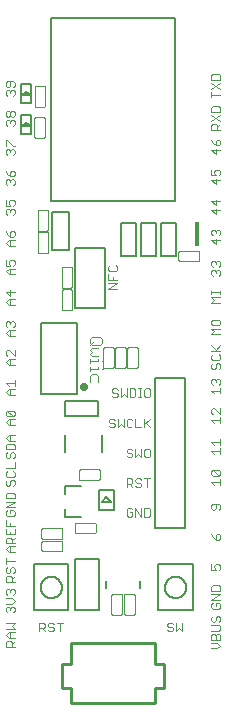
<source format=gbr>
G04 EAGLE Gerber RS-274X export*
G75*
%MOMM*%
%FSLAX34Y34*%
%LPD*%
%INSilkscreen Top*%
%IPPOS*%
%AMOC8*
5,1,8,0,0,1.08239X$1,22.5*%
G01*
%ADD10C,0.076200*%
%ADD11C,0.127000*%
%ADD12C,0.254000*%
%ADD13C,0.200000*%
%ADD14C,0.718419*%
%ADD15C,0.152400*%
%ADD16R,0.300000X2.000000*%


D10*
X54737Y52705D02*
X54737Y60077D01*
X58423Y60077D01*
X59652Y58849D01*
X59652Y56391D01*
X58423Y55162D01*
X54737Y55162D01*
X57194Y55162D02*
X59652Y52705D01*
X65907Y60077D02*
X67136Y58849D01*
X65907Y60077D02*
X63450Y60077D01*
X62221Y58849D01*
X62221Y57620D01*
X63450Y56391D01*
X65907Y56391D01*
X67136Y55162D01*
X67136Y53934D01*
X65907Y52705D01*
X63450Y52705D01*
X62221Y53934D01*
X72163Y52705D02*
X72163Y60077D01*
X74620Y60077D02*
X69705Y60077D01*
X99739Y301625D02*
X106009Y301625D01*
X107577Y300057D01*
X107577Y296922D01*
X106009Y295354D01*
X99739Y295354D01*
X98171Y296922D01*
X98171Y300057D01*
X99739Y301625D01*
X101306Y298490D02*
X98171Y295354D01*
X99739Y292270D02*
X104442Y292270D01*
X99739Y292270D02*
X98171Y290702D01*
X99739Y289134D01*
X98171Y287567D01*
X99739Y285999D01*
X104442Y285999D01*
X104442Y282915D02*
X104442Y281347D01*
X98171Y281347D01*
X98171Y282915D02*
X98171Y279779D01*
X107577Y281347D02*
X109145Y281347D01*
X104442Y276678D02*
X104442Y275110D01*
X98171Y275110D01*
X98171Y273543D02*
X98171Y276678D01*
X107577Y275110D02*
X109145Y275110D01*
X104442Y268873D02*
X104442Y264170D01*
X104442Y268873D02*
X102874Y270441D01*
X99739Y270441D01*
X98171Y268873D01*
X98171Y264170D01*
X200527Y507182D02*
X207899Y507182D01*
X200527Y504725D02*
X200527Y509639D01*
X200527Y512209D02*
X207899Y517124D01*
X207899Y512209D02*
X200527Y517124D01*
X200527Y519693D02*
X207899Y519693D01*
X207899Y523379D01*
X206670Y524608D01*
X201755Y524608D01*
X200527Y523379D01*
X200527Y519693D01*
X166881Y60077D02*
X168110Y58849D01*
X166881Y60077D02*
X164424Y60077D01*
X163195Y58849D01*
X163195Y57620D01*
X164424Y56391D01*
X166881Y56391D01*
X168110Y55162D01*
X168110Y53934D01*
X166881Y52705D01*
X164424Y52705D01*
X163195Y53934D01*
X170679Y52705D02*
X170679Y60077D01*
X173137Y55162D02*
X170679Y52705D01*
X173137Y55162D02*
X175594Y52705D01*
X175594Y60077D01*
X200527Y477547D02*
X207899Y477547D01*
X200527Y477547D02*
X200527Y481233D01*
X201755Y482461D01*
X204213Y482461D01*
X205442Y481233D01*
X205442Y477547D01*
X205442Y480004D02*
X207899Y482461D01*
X207899Y489946D02*
X200527Y485031D01*
X200527Y489946D02*
X207899Y485031D01*
X207899Y492515D02*
X200527Y492515D01*
X207899Y492515D02*
X207899Y496201D01*
X206670Y497430D01*
X201755Y497430D01*
X200527Y496201D01*
X200527Y492515D01*
X200527Y460269D02*
X207899Y460269D01*
X204213Y456583D02*
X200527Y460269D01*
X204213Y461498D02*
X204213Y456583D01*
X201755Y466524D02*
X200527Y468982D01*
X201755Y466524D02*
X204213Y464067D01*
X206670Y464067D01*
X207899Y465296D01*
X207899Y467753D01*
X206670Y468982D01*
X205442Y468982D01*
X204213Y467753D01*
X204213Y464067D01*
X207899Y434869D02*
X200527Y434869D01*
X204213Y431183D01*
X204213Y436098D01*
X200527Y438667D02*
X200527Y443582D01*
X200527Y438667D02*
X204213Y438667D01*
X202984Y441124D01*
X202984Y442353D01*
X204213Y443582D01*
X206670Y443582D01*
X207899Y442353D01*
X207899Y439896D01*
X206670Y438667D01*
X207899Y409469D02*
X200527Y409469D01*
X204213Y405783D01*
X204213Y410698D01*
X207899Y416953D02*
X200527Y416953D01*
X204213Y413267D01*
X204213Y418182D01*
X207899Y384069D02*
X200527Y384069D01*
X204213Y380383D01*
X204213Y385298D01*
X201755Y387867D02*
X200527Y389096D01*
X200527Y391553D01*
X201755Y392782D01*
X202984Y392782D01*
X204213Y391553D01*
X204213Y390324D01*
X204213Y391553D02*
X205442Y392782D01*
X206670Y392782D01*
X207899Y391553D01*
X207899Y389096D01*
X206670Y387867D01*
X200527Y355195D02*
X201755Y353967D01*
X200527Y355195D02*
X200527Y357653D01*
X201755Y358882D01*
X202984Y358882D01*
X204213Y357653D01*
X204213Y356424D01*
X204213Y357653D02*
X205442Y358882D01*
X206670Y358882D01*
X207899Y357653D01*
X207899Y355195D01*
X206670Y353967D01*
X201755Y361451D02*
X200527Y362680D01*
X200527Y365137D01*
X201755Y366366D01*
X202984Y366366D01*
X204213Y365137D01*
X204213Y363908D01*
X204213Y365137D02*
X205442Y366366D01*
X206670Y366366D01*
X207899Y365137D01*
X207899Y362680D01*
X206670Y361451D01*
X207899Y331061D02*
X200527Y331061D01*
X202984Y333519D01*
X200527Y335976D01*
X207899Y335976D01*
X207899Y338546D02*
X207899Y341003D01*
X207899Y339774D02*
X200527Y339774D01*
X200527Y338546D02*
X200527Y341003D01*
X200527Y304183D02*
X207899Y304183D01*
X202984Y306640D02*
X200527Y304183D01*
X202984Y306640D02*
X200527Y309098D01*
X207899Y309098D01*
X200527Y312896D02*
X200527Y315353D01*
X200527Y312896D02*
X201755Y311667D01*
X206670Y311667D01*
X207899Y312896D01*
X207899Y315353D01*
X206670Y316582D01*
X201755Y316582D01*
X200527Y315353D01*
X201755Y279769D02*
X200527Y278541D01*
X200527Y276083D01*
X201755Y274855D01*
X202984Y274855D01*
X204213Y276083D01*
X204213Y278541D01*
X205442Y279769D01*
X206670Y279769D01*
X207899Y278541D01*
X207899Y276083D01*
X206670Y274855D01*
X200527Y286025D02*
X201755Y287254D01*
X200527Y286025D02*
X200527Y283567D01*
X201755Y282339D01*
X206670Y282339D01*
X207899Y283567D01*
X207899Y286025D01*
X206670Y287254D01*
X207899Y289823D02*
X200527Y289823D01*
X205442Y289823D02*
X200527Y294738D01*
X204213Y291052D02*
X207899Y294738D01*
X200527Y256602D02*
X202984Y254145D01*
X200527Y256602D02*
X207899Y256602D01*
X207899Y254145D02*
X207899Y259060D01*
X201755Y261629D02*
X200527Y262858D01*
X200527Y265315D01*
X201755Y266544D01*
X202984Y266544D01*
X204213Y265315D01*
X204213Y264086D01*
X204213Y265315D02*
X205442Y266544D01*
X206670Y266544D01*
X207899Y265315D01*
X207899Y262858D01*
X206670Y261629D01*
X200527Y231456D02*
X202984Y228999D01*
X200527Y231456D02*
X207899Y231456D01*
X207899Y228999D02*
X207899Y233914D01*
X207899Y236483D02*
X207899Y241398D01*
X207899Y236483D02*
X202984Y241398D01*
X201755Y241398D01*
X200527Y240169D01*
X200527Y237712D01*
X201755Y236483D01*
X200527Y205548D02*
X202984Y203091D01*
X200527Y205548D02*
X207899Y205548D01*
X207899Y203091D02*
X207899Y208006D01*
X202984Y210575D02*
X200527Y213032D01*
X207899Y213032D01*
X207899Y210575D02*
X207899Y215490D01*
X200527Y179386D02*
X202984Y176929D01*
X200527Y179386D02*
X207899Y179386D01*
X207899Y176929D02*
X207899Y181844D01*
X206670Y184413D02*
X201755Y184413D01*
X200527Y185642D01*
X200527Y188099D01*
X201755Y189328D01*
X206670Y189328D01*
X207899Y188099D01*
X207899Y185642D01*
X206670Y184413D01*
X201755Y189328D01*
X207899Y156940D02*
X206670Y155711D01*
X207899Y156940D02*
X207899Y159397D01*
X206670Y160626D01*
X201755Y160626D01*
X200527Y159397D01*
X200527Y156940D01*
X201755Y155711D01*
X202984Y155711D01*
X204213Y156940D01*
X204213Y160626D01*
X200527Y135226D02*
X201755Y132768D01*
X204213Y130311D01*
X206670Y130311D01*
X207899Y131540D01*
X207899Y133997D01*
X206670Y135226D01*
X205442Y135226D01*
X204213Y133997D01*
X204213Y130311D01*
X200527Y109318D02*
X200527Y104403D01*
X204213Y104403D01*
X202984Y106860D01*
X202984Y108089D01*
X204213Y109318D01*
X206670Y109318D01*
X207899Y108089D01*
X207899Y105632D01*
X206670Y104403D01*
X201755Y76823D02*
X200527Y75595D01*
X200527Y73137D01*
X201755Y71909D01*
X206670Y71909D01*
X207899Y73137D01*
X207899Y75595D01*
X206670Y76823D01*
X204213Y76823D01*
X204213Y74366D01*
X207899Y79393D02*
X200527Y79393D01*
X207899Y84308D01*
X200527Y84308D01*
X200527Y86877D02*
X207899Y86877D01*
X207899Y90563D01*
X206670Y91792D01*
X201755Y91792D01*
X200527Y90563D01*
X200527Y86877D01*
X200527Y38262D02*
X205442Y38262D01*
X207899Y40720D01*
X205442Y43177D01*
X200527Y43177D01*
X200527Y45747D02*
X207899Y45747D01*
X200527Y45747D02*
X200527Y49433D01*
X201755Y50661D01*
X202984Y50661D01*
X204213Y49433D01*
X205442Y50661D01*
X206670Y50661D01*
X207899Y49433D01*
X207899Y45747D01*
X204213Y45747D02*
X204213Y49433D01*
X206670Y53231D02*
X200527Y53231D01*
X206670Y53231D02*
X207899Y54459D01*
X207899Y56917D01*
X206670Y58146D01*
X200527Y58146D01*
X200527Y64401D02*
X201755Y65630D01*
X200527Y64401D02*
X200527Y61944D01*
X201755Y60715D01*
X202984Y60715D01*
X204213Y61944D01*
X204213Y64401D01*
X205442Y65630D01*
X206670Y65630D01*
X207899Y64401D01*
X207899Y61944D01*
X206670Y60715D01*
X33909Y39751D02*
X26537Y39751D01*
X26537Y43437D01*
X27765Y44666D01*
X30223Y44666D01*
X31452Y43437D01*
X31452Y39751D01*
X31452Y42208D02*
X33909Y44666D01*
X33909Y47235D02*
X28994Y47235D01*
X26537Y49693D01*
X28994Y52150D01*
X33909Y52150D01*
X30223Y52150D02*
X30223Y47235D01*
X26537Y54719D02*
X33909Y54719D01*
X31452Y57177D01*
X33909Y59634D01*
X26537Y59634D01*
X27765Y68707D02*
X26537Y69936D01*
X26537Y72393D01*
X27765Y73622D01*
X28994Y73622D01*
X30223Y72393D01*
X30223Y71164D01*
X30223Y72393D02*
X31452Y73622D01*
X32680Y73622D01*
X33909Y72393D01*
X33909Y69936D01*
X32680Y68707D01*
X31452Y76191D02*
X26537Y76191D01*
X31452Y76191D02*
X33909Y78649D01*
X31452Y81106D01*
X26537Y81106D01*
X27765Y83675D02*
X26537Y84904D01*
X26537Y87361D01*
X27765Y88590D01*
X28994Y88590D01*
X30223Y87361D01*
X30223Y86133D01*
X30223Y87361D02*
X31452Y88590D01*
X32680Y88590D01*
X33909Y87361D01*
X33909Y84904D01*
X32680Y83675D01*
X33909Y94615D02*
X26537Y94615D01*
X26537Y98301D01*
X27765Y99530D01*
X30223Y99530D01*
X31452Y98301D01*
X31452Y94615D01*
X31452Y97072D02*
X33909Y99530D01*
X26537Y105785D02*
X27765Y107014D01*
X26537Y105785D02*
X26537Y103328D01*
X27765Y102099D01*
X28994Y102099D01*
X30223Y103328D01*
X30223Y105785D01*
X31452Y107014D01*
X32680Y107014D01*
X33909Y105785D01*
X33909Y103328D01*
X32680Y102099D01*
X33909Y112041D02*
X26537Y112041D01*
X26537Y114498D02*
X26537Y109583D01*
X28994Y119761D02*
X33909Y119761D01*
X28994Y119761D02*
X26537Y122218D01*
X28994Y124676D01*
X33909Y124676D01*
X30223Y124676D02*
X30223Y119761D01*
X33909Y127245D02*
X26537Y127245D01*
X26537Y130931D01*
X27765Y132160D01*
X30223Y132160D01*
X31452Y130931D01*
X31452Y127245D01*
X31452Y129703D02*
X33909Y132160D01*
X26537Y134729D02*
X26537Y139644D01*
X26537Y134729D02*
X33909Y134729D01*
X33909Y139644D01*
X30223Y137187D02*
X30223Y134729D01*
X33909Y142213D02*
X26537Y142213D01*
X26537Y147128D01*
X30223Y144671D02*
X30223Y142213D01*
X26537Y153927D02*
X27765Y155156D01*
X26537Y153927D02*
X26537Y151470D01*
X27765Y150241D01*
X32680Y150241D01*
X33909Y151470D01*
X33909Y153927D01*
X32680Y155156D01*
X30223Y155156D01*
X30223Y152698D01*
X33909Y157725D02*
X26537Y157725D01*
X33909Y162640D01*
X26537Y162640D01*
X26537Y165209D02*
X33909Y165209D01*
X33909Y168895D01*
X32680Y170124D01*
X27765Y170124D01*
X26537Y168895D01*
X26537Y165209D01*
X26537Y179581D02*
X27765Y180810D01*
X26537Y179581D02*
X26537Y177124D01*
X27765Y175895D01*
X28994Y175895D01*
X30223Y177124D01*
X30223Y179581D01*
X31452Y180810D01*
X32680Y180810D01*
X33909Y179581D01*
X33909Y177124D01*
X32680Y175895D01*
X26537Y187065D02*
X27765Y188294D01*
X26537Y187065D02*
X26537Y184608D01*
X27765Y183379D01*
X32680Y183379D01*
X33909Y184608D01*
X33909Y187065D01*
X32680Y188294D01*
X33909Y190863D02*
X26537Y190863D01*
X33909Y190863D02*
X33909Y195778D01*
X26537Y202949D02*
X27765Y204178D01*
X26537Y202949D02*
X26537Y200492D01*
X27765Y199263D01*
X28994Y199263D01*
X30223Y200492D01*
X30223Y202949D01*
X31452Y204178D01*
X32680Y204178D01*
X33909Y202949D01*
X33909Y200492D01*
X32680Y199263D01*
X33909Y206747D02*
X26537Y206747D01*
X33909Y206747D02*
X33909Y210433D01*
X32680Y211662D01*
X27765Y211662D01*
X26537Y210433D01*
X26537Y206747D01*
X28994Y214231D02*
X33909Y214231D01*
X28994Y214231D02*
X26537Y216689D01*
X28994Y219146D01*
X33909Y219146D01*
X30223Y219146D02*
X30223Y214231D01*
X28994Y227203D02*
X33909Y227203D01*
X28994Y227203D02*
X26537Y229660D01*
X28994Y232118D01*
X33909Y232118D01*
X30223Y232118D02*
X30223Y227203D01*
X32680Y234687D02*
X27765Y234687D01*
X26537Y235916D01*
X26537Y238373D01*
X27765Y239602D01*
X32680Y239602D01*
X33909Y238373D01*
X33909Y235916D01*
X32680Y234687D01*
X27765Y239602D01*
X28994Y253111D02*
X33909Y253111D01*
X28994Y253111D02*
X26537Y255568D01*
X28994Y258026D01*
X33909Y258026D01*
X30223Y258026D02*
X30223Y253111D01*
X28994Y260595D02*
X26537Y263053D01*
X33909Y263053D01*
X33909Y265510D02*
X33909Y260595D01*
X33909Y278511D02*
X28994Y278511D01*
X26537Y280968D01*
X28994Y283426D01*
X33909Y283426D01*
X30223Y283426D02*
X30223Y278511D01*
X33909Y285995D02*
X33909Y290910D01*
X33909Y285995D02*
X28994Y290910D01*
X27765Y290910D01*
X26537Y289681D01*
X26537Y287224D01*
X27765Y285995D01*
X28994Y302895D02*
X33909Y302895D01*
X28994Y302895D02*
X26537Y305352D01*
X28994Y307810D01*
X33909Y307810D01*
X30223Y307810D02*
X30223Y302895D01*
X27765Y310379D02*
X26537Y311608D01*
X26537Y314065D01*
X27765Y315294D01*
X28994Y315294D01*
X30223Y314065D01*
X30223Y312837D01*
X30223Y314065D02*
X31452Y315294D01*
X32680Y315294D01*
X33909Y314065D01*
X33909Y311608D01*
X32680Y310379D01*
X33909Y329057D02*
X28994Y329057D01*
X26537Y331514D01*
X28994Y333972D01*
X33909Y333972D01*
X30223Y333972D02*
X30223Y329057D01*
X33909Y340227D02*
X26537Y340227D01*
X30223Y336541D01*
X30223Y341456D01*
X28994Y354965D02*
X33909Y354965D01*
X28994Y354965D02*
X26537Y357422D01*
X28994Y359880D01*
X33909Y359880D01*
X30223Y359880D02*
X30223Y354965D01*
X26537Y362449D02*
X26537Y367364D01*
X26537Y362449D02*
X30223Y362449D01*
X28994Y364907D01*
X28994Y366135D01*
X30223Y367364D01*
X32680Y367364D01*
X33909Y366135D01*
X33909Y363678D01*
X32680Y362449D01*
X33909Y379349D02*
X28994Y379349D01*
X26537Y381806D01*
X28994Y384264D01*
X33909Y384264D01*
X30223Y384264D02*
X30223Y379349D01*
X27765Y389291D02*
X26537Y391748D01*
X27765Y389291D02*
X30223Y386833D01*
X32680Y386833D01*
X33909Y388062D01*
X33909Y390519D01*
X32680Y391748D01*
X31452Y391748D01*
X30223Y390519D01*
X30223Y386833D01*
X27765Y405511D02*
X26537Y406740D01*
X26537Y409197D01*
X27765Y410426D01*
X28994Y410426D01*
X30223Y409197D01*
X30223Y407968D01*
X30223Y409197D02*
X31452Y410426D01*
X32680Y410426D01*
X33909Y409197D01*
X33909Y406740D01*
X32680Y405511D01*
X26537Y412995D02*
X26537Y417910D01*
X26537Y412995D02*
X30223Y412995D01*
X28994Y415453D01*
X28994Y416681D01*
X30223Y417910D01*
X32680Y417910D01*
X33909Y416681D01*
X33909Y414224D01*
X32680Y412995D01*
X27765Y430403D02*
X26537Y431632D01*
X26537Y434089D01*
X27765Y435318D01*
X28994Y435318D01*
X30223Y434089D01*
X30223Y432860D01*
X30223Y434089D02*
X31452Y435318D01*
X32680Y435318D01*
X33909Y434089D01*
X33909Y431632D01*
X32680Y430403D01*
X27765Y440345D02*
X26537Y442802D01*
X27765Y440345D02*
X30223Y437887D01*
X32680Y437887D01*
X33909Y439116D01*
X33909Y441573D01*
X32680Y442802D01*
X31452Y442802D01*
X30223Y441573D01*
X30223Y437887D01*
X27765Y456057D02*
X26537Y457286D01*
X26537Y459743D01*
X27765Y460972D01*
X28994Y460972D01*
X30223Y459743D01*
X30223Y458514D01*
X30223Y459743D02*
X31452Y460972D01*
X32680Y460972D01*
X33909Y459743D01*
X33909Y457286D01*
X32680Y456057D01*
X26537Y463541D02*
X26537Y468456D01*
X27765Y468456D01*
X32680Y463541D01*
X33909Y463541D01*
X27765Y480949D02*
X26537Y482178D01*
X26537Y484635D01*
X27765Y485864D01*
X28994Y485864D01*
X30223Y484635D01*
X30223Y483406D01*
X30223Y484635D02*
X31452Y485864D01*
X32680Y485864D01*
X33909Y484635D01*
X33909Y482178D01*
X32680Y480949D01*
X27765Y488433D02*
X26537Y489662D01*
X26537Y492119D01*
X27765Y493348D01*
X28994Y493348D01*
X30223Y492119D01*
X31452Y493348D01*
X32680Y493348D01*
X33909Y492119D01*
X33909Y489662D01*
X32680Y488433D01*
X31452Y488433D01*
X30223Y489662D01*
X28994Y488433D01*
X27765Y488433D01*
X30223Y489662D02*
X30223Y492119D01*
X27765Y506095D02*
X26537Y507324D01*
X26537Y509781D01*
X27765Y511010D01*
X28994Y511010D01*
X30223Y509781D01*
X30223Y508552D01*
X30223Y509781D02*
X31452Y511010D01*
X32680Y511010D01*
X33909Y509781D01*
X33909Y507324D01*
X32680Y506095D01*
X32680Y513579D02*
X33909Y514808D01*
X33909Y517265D01*
X32680Y518494D01*
X27765Y518494D01*
X26537Y517265D01*
X26537Y514808D01*
X27765Y513579D01*
X28994Y513579D01*
X30223Y514808D01*
X30223Y518494D01*
X120017Y258451D02*
X121246Y257223D01*
X120017Y258451D02*
X117560Y258451D01*
X116331Y257223D01*
X116331Y255994D01*
X117560Y254765D01*
X120017Y254765D01*
X121246Y253536D01*
X121246Y252308D01*
X120017Y251079D01*
X117560Y251079D01*
X116331Y252308D01*
X123815Y251079D02*
X123815Y258451D01*
X126273Y253536D02*
X123815Y251079D01*
X126273Y253536D02*
X128730Y251079D01*
X128730Y258451D01*
X131299Y258451D02*
X131299Y251079D01*
X134985Y251079D01*
X136214Y252308D01*
X136214Y257223D01*
X134985Y258451D01*
X131299Y258451D01*
X138783Y251079D02*
X141241Y251079D01*
X140012Y251079D02*
X140012Y258451D01*
X138783Y258451D02*
X141241Y258451D01*
X145002Y258451D02*
X147459Y258451D01*
X145002Y258451D02*
X143773Y257223D01*
X143773Y252308D01*
X145002Y251079D01*
X147459Y251079D01*
X148688Y252308D01*
X148688Y257223D01*
X147459Y258451D01*
X118751Y231569D02*
X117522Y232797D01*
X115065Y232797D01*
X113836Y231569D01*
X113836Y230340D01*
X115065Y229111D01*
X117522Y229111D01*
X118751Y227882D01*
X118751Y226654D01*
X117522Y225425D01*
X115065Y225425D01*
X113836Y226654D01*
X121320Y225425D02*
X121320Y232797D01*
X123778Y227882D02*
X121320Y225425D01*
X123778Y227882D02*
X126235Y225425D01*
X126235Y232797D01*
X132491Y232797D02*
X133719Y231569D01*
X132491Y232797D02*
X130033Y232797D01*
X128805Y231569D01*
X128805Y226654D01*
X130033Y225425D01*
X132491Y225425D01*
X133719Y226654D01*
X136289Y225425D02*
X136289Y232797D01*
X136289Y225425D02*
X141204Y225425D01*
X143773Y225425D02*
X143773Y232797D01*
X143773Y227882D02*
X148688Y232797D01*
X145002Y229111D02*
X148688Y225425D01*
X132491Y207397D02*
X133719Y206169D01*
X132491Y207397D02*
X130033Y207397D01*
X128805Y206169D01*
X128805Y204940D01*
X130033Y203711D01*
X132491Y203711D01*
X133719Y202482D01*
X133719Y201254D01*
X132491Y200025D01*
X130033Y200025D01*
X128805Y201254D01*
X136289Y200025D02*
X136289Y207397D01*
X138746Y202482D02*
X136289Y200025D01*
X138746Y202482D02*
X141204Y200025D01*
X141204Y207397D01*
X145002Y207397D02*
X147459Y207397D01*
X145002Y207397D02*
X143773Y206169D01*
X143773Y201254D01*
X145002Y200025D01*
X147459Y200025D01*
X148688Y201254D01*
X148688Y206169D01*
X147459Y207397D01*
X128805Y182251D02*
X128805Y174879D01*
X128805Y182251D02*
X132491Y182251D01*
X133719Y181023D01*
X133719Y178565D01*
X132491Y177336D01*
X128805Y177336D01*
X131262Y177336D02*
X133719Y174879D01*
X139975Y182251D02*
X141204Y181023D01*
X139975Y182251D02*
X137517Y182251D01*
X136289Y181023D01*
X136289Y179794D01*
X137517Y178565D01*
X139975Y178565D01*
X141204Y177336D01*
X141204Y176108D01*
X139975Y174879D01*
X137517Y174879D01*
X136289Y176108D01*
X146230Y174879D02*
X146230Y182251D01*
X143773Y182251D02*
X148688Y182251D01*
X132491Y157105D02*
X133719Y155877D01*
X132491Y157105D02*
X130033Y157105D01*
X128805Y155877D01*
X128805Y150962D01*
X130033Y149733D01*
X132491Y149733D01*
X133719Y150962D01*
X133719Y153419D01*
X131262Y153419D01*
X136289Y149733D02*
X136289Y157105D01*
X141204Y149733D01*
X141204Y157105D01*
X143773Y157105D02*
X143773Y149733D01*
X147459Y149733D01*
X148688Y150962D01*
X148688Y155877D01*
X147459Y157105D01*
X143773Y157105D01*
X120777Y342673D02*
X113405Y342673D01*
X120777Y347587D01*
X113405Y347587D01*
X113405Y350157D02*
X120777Y350157D01*
X113405Y350157D02*
X113405Y355072D01*
X117091Y352614D02*
X117091Y350157D01*
X113405Y361327D02*
X114633Y362556D01*
X113405Y361327D02*
X113405Y358870D01*
X114633Y357641D01*
X119548Y357641D01*
X120777Y358870D01*
X120777Y361327D01*
X119548Y362556D01*
X130429Y293370D02*
X130360Y293368D01*
X130292Y293363D01*
X130224Y293353D01*
X130156Y293340D01*
X130089Y293324D01*
X130023Y293304D01*
X129959Y293280D01*
X129896Y293253D01*
X129834Y293222D01*
X129774Y293188D01*
X129716Y293151D01*
X129660Y293111D01*
X129607Y293068D01*
X129556Y293022D01*
X129507Y292973D01*
X129461Y292922D01*
X129418Y292869D01*
X129378Y292813D01*
X129341Y292755D01*
X129307Y292695D01*
X129276Y292633D01*
X129249Y292570D01*
X129225Y292506D01*
X129205Y292440D01*
X129189Y292373D01*
X129176Y292305D01*
X129166Y292237D01*
X129161Y292169D01*
X129159Y292100D01*
X130429Y293370D02*
X136779Y293370D01*
X136848Y293368D01*
X136916Y293363D01*
X136984Y293353D01*
X137052Y293340D01*
X137119Y293324D01*
X137185Y293304D01*
X137249Y293280D01*
X137312Y293253D01*
X137374Y293222D01*
X137434Y293188D01*
X137492Y293151D01*
X137548Y293111D01*
X137601Y293068D01*
X137652Y293022D01*
X137701Y292973D01*
X137747Y292922D01*
X137790Y292869D01*
X137830Y292813D01*
X137867Y292755D01*
X137901Y292695D01*
X137932Y292633D01*
X137959Y292570D01*
X137983Y292506D01*
X138003Y292440D01*
X138019Y292373D01*
X138032Y292305D01*
X138042Y292237D01*
X138047Y292169D01*
X138049Y292100D01*
X138049Y276860D01*
X138047Y276791D01*
X138042Y276723D01*
X138032Y276655D01*
X138019Y276587D01*
X138003Y276520D01*
X137983Y276454D01*
X137959Y276390D01*
X137932Y276327D01*
X137901Y276265D01*
X137867Y276205D01*
X137830Y276147D01*
X137790Y276091D01*
X137747Y276038D01*
X137701Y275987D01*
X137652Y275938D01*
X137601Y275892D01*
X137548Y275849D01*
X137492Y275809D01*
X137434Y275772D01*
X137374Y275738D01*
X137312Y275707D01*
X137249Y275680D01*
X137185Y275656D01*
X137119Y275636D01*
X137052Y275620D01*
X136984Y275607D01*
X136916Y275597D01*
X136848Y275592D01*
X136779Y275590D01*
X130429Y275590D01*
X130360Y275592D01*
X130292Y275597D01*
X130224Y275607D01*
X130156Y275620D01*
X130089Y275636D01*
X130023Y275656D01*
X129959Y275680D01*
X129896Y275707D01*
X129834Y275738D01*
X129774Y275772D01*
X129716Y275809D01*
X129660Y275849D01*
X129607Y275892D01*
X129556Y275938D01*
X129507Y275987D01*
X129461Y276038D01*
X129418Y276091D01*
X129378Y276147D01*
X129341Y276205D01*
X129307Y276265D01*
X129276Y276327D01*
X129249Y276390D01*
X129225Y276454D01*
X129205Y276520D01*
X129189Y276587D01*
X129176Y276655D01*
X129166Y276723D01*
X129161Y276791D01*
X129159Y276860D01*
X129159Y292100D01*
X56642Y132461D02*
X56644Y132392D01*
X56649Y132324D01*
X56659Y132256D01*
X56672Y132188D01*
X56688Y132121D01*
X56708Y132055D01*
X56732Y131991D01*
X56759Y131928D01*
X56790Y131866D01*
X56824Y131806D01*
X56861Y131748D01*
X56901Y131692D01*
X56944Y131639D01*
X56990Y131588D01*
X57039Y131539D01*
X57090Y131493D01*
X57143Y131450D01*
X57199Y131410D01*
X57257Y131373D01*
X57317Y131339D01*
X57379Y131308D01*
X57442Y131281D01*
X57506Y131257D01*
X57572Y131237D01*
X57639Y131221D01*
X57707Y131208D01*
X57775Y131198D01*
X57843Y131193D01*
X57912Y131191D01*
X56642Y132461D02*
X56642Y138811D01*
X56644Y138880D01*
X56649Y138948D01*
X56659Y139016D01*
X56672Y139084D01*
X56688Y139151D01*
X56708Y139217D01*
X56732Y139281D01*
X56759Y139344D01*
X56790Y139406D01*
X56824Y139466D01*
X56861Y139524D01*
X56901Y139580D01*
X56944Y139633D01*
X56990Y139684D01*
X57039Y139733D01*
X57090Y139779D01*
X57143Y139822D01*
X57199Y139862D01*
X57257Y139899D01*
X57317Y139933D01*
X57379Y139964D01*
X57442Y139991D01*
X57506Y140015D01*
X57572Y140035D01*
X57639Y140051D01*
X57707Y140064D01*
X57775Y140074D01*
X57843Y140079D01*
X57912Y140081D01*
X73152Y140081D01*
X73221Y140079D01*
X73289Y140074D01*
X73357Y140064D01*
X73425Y140051D01*
X73492Y140035D01*
X73558Y140015D01*
X73622Y139991D01*
X73685Y139964D01*
X73747Y139933D01*
X73807Y139899D01*
X73865Y139862D01*
X73921Y139822D01*
X73974Y139779D01*
X74025Y139733D01*
X74074Y139684D01*
X74120Y139633D01*
X74163Y139580D01*
X74203Y139524D01*
X74240Y139466D01*
X74274Y139406D01*
X74305Y139344D01*
X74332Y139281D01*
X74356Y139217D01*
X74376Y139151D01*
X74392Y139084D01*
X74405Y139016D01*
X74415Y138948D01*
X74420Y138880D01*
X74422Y138811D01*
X74422Y132461D01*
X74420Y132392D01*
X74415Y132324D01*
X74405Y132256D01*
X74392Y132188D01*
X74376Y132121D01*
X74356Y132055D01*
X74332Y131991D01*
X74305Y131928D01*
X74274Y131866D01*
X74240Y131806D01*
X74203Y131748D01*
X74163Y131692D01*
X74120Y131639D01*
X74074Y131588D01*
X74025Y131539D01*
X73974Y131493D01*
X73921Y131450D01*
X73865Y131410D01*
X73807Y131373D01*
X73747Y131339D01*
X73685Y131308D01*
X73622Y131281D01*
X73558Y131257D01*
X73492Y131237D01*
X73425Y131221D01*
X73357Y131208D01*
X73289Y131198D01*
X73221Y131193D01*
X73152Y131191D01*
X57912Y131191D01*
D11*
X136906Y370078D02*
X136906Y398018D01*
X136906Y370078D02*
X124206Y370078D01*
X124206Y398018D01*
X136906Y398018D01*
X153670Y398018D02*
X153670Y370078D01*
X140970Y370078D01*
X140970Y398018D01*
X153670Y398018D01*
X170434Y398018D02*
X170434Y370078D01*
X157734Y370078D01*
X157734Y398018D01*
X170434Y398018D01*
D10*
X82677Y325628D02*
X82675Y325559D01*
X82670Y325491D01*
X82660Y325423D01*
X82647Y325355D01*
X82631Y325288D01*
X82611Y325222D01*
X82587Y325158D01*
X82560Y325095D01*
X82529Y325033D01*
X82495Y324973D01*
X82458Y324915D01*
X82418Y324859D01*
X82375Y324806D01*
X82329Y324755D01*
X82280Y324706D01*
X82229Y324660D01*
X82176Y324617D01*
X82120Y324577D01*
X82062Y324540D01*
X82002Y324506D01*
X81940Y324475D01*
X81877Y324448D01*
X81813Y324424D01*
X81747Y324404D01*
X81680Y324388D01*
X81612Y324375D01*
X81544Y324365D01*
X81476Y324360D01*
X81407Y324358D01*
X75057Y324358D01*
X74988Y324360D01*
X74920Y324365D01*
X74852Y324375D01*
X74784Y324388D01*
X74717Y324404D01*
X74651Y324424D01*
X74587Y324448D01*
X74524Y324475D01*
X74462Y324506D01*
X74402Y324540D01*
X74344Y324577D01*
X74288Y324617D01*
X74235Y324660D01*
X74184Y324706D01*
X74135Y324755D01*
X74089Y324806D01*
X74046Y324859D01*
X74006Y324915D01*
X73969Y324973D01*
X73935Y325033D01*
X73904Y325095D01*
X73877Y325158D01*
X73853Y325222D01*
X73833Y325288D01*
X73817Y325355D01*
X73804Y325423D01*
X73794Y325491D01*
X73789Y325559D01*
X73787Y325628D01*
X73787Y340868D01*
X73789Y340937D01*
X73794Y341005D01*
X73804Y341073D01*
X73817Y341141D01*
X73833Y341208D01*
X73853Y341274D01*
X73877Y341338D01*
X73904Y341401D01*
X73935Y341463D01*
X73969Y341523D01*
X74006Y341581D01*
X74046Y341637D01*
X74089Y341690D01*
X74135Y341741D01*
X74184Y341790D01*
X74235Y341836D01*
X74288Y341879D01*
X74344Y341919D01*
X74402Y341956D01*
X74462Y341990D01*
X74524Y342021D01*
X74587Y342048D01*
X74651Y342072D01*
X74717Y342092D01*
X74784Y342108D01*
X74852Y342121D01*
X74920Y342131D01*
X74988Y342136D01*
X75057Y342138D01*
X81407Y342138D01*
X81476Y342136D01*
X81544Y342131D01*
X81612Y342121D01*
X81680Y342108D01*
X81747Y342092D01*
X81813Y342072D01*
X81877Y342048D01*
X81940Y342021D01*
X82002Y341990D01*
X82062Y341956D01*
X82120Y341919D01*
X82176Y341879D01*
X82229Y341836D01*
X82280Y341790D01*
X82329Y341741D01*
X82375Y341690D01*
X82418Y341637D01*
X82458Y341581D01*
X82495Y341523D01*
X82529Y341463D01*
X82560Y341401D01*
X82587Y341338D01*
X82611Y341274D01*
X82631Y341208D01*
X82647Y341141D01*
X82660Y341073D01*
X82670Y341005D01*
X82675Y340937D01*
X82677Y340868D01*
X82677Y325628D01*
X73787Y360172D02*
X73789Y360241D01*
X73794Y360309D01*
X73804Y360377D01*
X73817Y360445D01*
X73833Y360512D01*
X73853Y360578D01*
X73877Y360642D01*
X73904Y360705D01*
X73935Y360767D01*
X73969Y360827D01*
X74006Y360885D01*
X74046Y360941D01*
X74089Y360994D01*
X74135Y361045D01*
X74184Y361094D01*
X74235Y361140D01*
X74288Y361183D01*
X74344Y361223D01*
X74402Y361260D01*
X74462Y361294D01*
X74524Y361325D01*
X74587Y361352D01*
X74651Y361376D01*
X74717Y361396D01*
X74784Y361412D01*
X74852Y361425D01*
X74920Y361435D01*
X74988Y361440D01*
X75057Y361442D01*
X81407Y361442D01*
X81476Y361440D01*
X81544Y361435D01*
X81612Y361425D01*
X81680Y361412D01*
X81747Y361396D01*
X81813Y361376D01*
X81877Y361352D01*
X81940Y361325D01*
X82002Y361294D01*
X82062Y361260D01*
X82120Y361223D01*
X82176Y361183D01*
X82229Y361140D01*
X82280Y361094D01*
X82329Y361045D01*
X82375Y360994D01*
X82418Y360941D01*
X82458Y360885D01*
X82495Y360827D01*
X82529Y360767D01*
X82560Y360705D01*
X82587Y360642D01*
X82611Y360578D01*
X82631Y360512D01*
X82647Y360445D01*
X82660Y360377D01*
X82670Y360309D01*
X82675Y360241D01*
X82677Y360172D01*
X82677Y344932D01*
X82675Y344863D01*
X82670Y344795D01*
X82660Y344727D01*
X82647Y344659D01*
X82631Y344592D01*
X82611Y344526D01*
X82587Y344462D01*
X82560Y344399D01*
X82529Y344337D01*
X82495Y344277D01*
X82458Y344219D01*
X82418Y344163D01*
X82375Y344110D01*
X82329Y344059D01*
X82280Y344010D01*
X82229Y343964D01*
X82176Y343921D01*
X82120Y343881D01*
X82062Y343844D01*
X82002Y343810D01*
X81940Y343779D01*
X81877Y343752D01*
X81813Y343728D01*
X81747Y343708D01*
X81680Y343692D01*
X81612Y343679D01*
X81544Y343669D01*
X81476Y343664D01*
X81407Y343662D01*
X75057Y343662D01*
X74988Y343664D01*
X74920Y343669D01*
X74852Y343679D01*
X74784Y343692D01*
X74717Y343708D01*
X74651Y343728D01*
X74587Y343752D01*
X74524Y343779D01*
X74462Y343810D01*
X74402Y343844D01*
X74344Y343881D01*
X74288Y343921D01*
X74235Y343964D01*
X74184Y344010D01*
X74135Y344059D01*
X74089Y344110D01*
X74046Y344163D01*
X74006Y344219D01*
X73969Y344277D01*
X73935Y344337D01*
X73904Y344399D01*
X73877Y344462D01*
X73853Y344526D01*
X73833Y344592D01*
X73817Y344659D01*
X73804Y344727D01*
X73794Y344795D01*
X73789Y344863D01*
X73787Y344932D01*
X73787Y360172D01*
X88392Y182245D02*
X88394Y182176D01*
X88399Y182108D01*
X88409Y182040D01*
X88422Y181972D01*
X88438Y181905D01*
X88458Y181839D01*
X88482Y181775D01*
X88509Y181712D01*
X88540Y181650D01*
X88574Y181590D01*
X88611Y181532D01*
X88651Y181476D01*
X88694Y181423D01*
X88740Y181372D01*
X88789Y181323D01*
X88840Y181277D01*
X88893Y181234D01*
X88949Y181194D01*
X89007Y181157D01*
X89067Y181123D01*
X89129Y181092D01*
X89192Y181065D01*
X89256Y181041D01*
X89322Y181021D01*
X89389Y181005D01*
X89457Y180992D01*
X89525Y180982D01*
X89593Y180977D01*
X89662Y180975D01*
X88392Y182245D02*
X88392Y188595D01*
X88394Y188664D01*
X88399Y188732D01*
X88409Y188800D01*
X88422Y188868D01*
X88438Y188935D01*
X88458Y189001D01*
X88482Y189065D01*
X88509Y189128D01*
X88540Y189190D01*
X88574Y189250D01*
X88611Y189308D01*
X88651Y189364D01*
X88694Y189417D01*
X88740Y189468D01*
X88789Y189517D01*
X88840Y189563D01*
X88893Y189606D01*
X88949Y189646D01*
X89007Y189683D01*
X89067Y189717D01*
X89129Y189748D01*
X89192Y189775D01*
X89256Y189799D01*
X89322Y189819D01*
X89389Y189835D01*
X89457Y189848D01*
X89525Y189858D01*
X89593Y189863D01*
X89662Y189865D01*
X104902Y189865D01*
X104971Y189863D01*
X105039Y189858D01*
X105107Y189848D01*
X105175Y189835D01*
X105242Y189819D01*
X105308Y189799D01*
X105372Y189775D01*
X105435Y189748D01*
X105497Y189717D01*
X105557Y189683D01*
X105615Y189646D01*
X105671Y189606D01*
X105724Y189563D01*
X105775Y189517D01*
X105824Y189468D01*
X105870Y189417D01*
X105913Y189364D01*
X105953Y189308D01*
X105990Y189250D01*
X106024Y189190D01*
X106055Y189128D01*
X106082Y189065D01*
X106106Y189001D01*
X106126Y188935D01*
X106142Y188868D01*
X106155Y188800D01*
X106165Y188732D01*
X106170Y188664D01*
X106172Y188595D01*
X106172Y182245D01*
X106170Y182176D01*
X106165Y182108D01*
X106155Y182040D01*
X106142Y181972D01*
X106126Y181905D01*
X106106Y181839D01*
X106082Y181775D01*
X106055Y181712D01*
X106024Y181650D01*
X105990Y181590D01*
X105953Y181532D01*
X105913Y181476D01*
X105870Y181423D01*
X105824Y181372D01*
X105775Y181323D01*
X105724Y181277D01*
X105671Y181234D01*
X105615Y181194D01*
X105557Y181157D01*
X105497Y181123D01*
X105435Y181092D01*
X105372Y181065D01*
X105308Y181041D01*
X105242Y181021D01*
X105175Y181005D01*
X105107Y180992D01*
X105039Y180982D01*
X104971Y180977D01*
X104902Y180975D01*
X89662Y180975D01*
D11*
X76454Y234696D02*
X104394Y234696D01*
X76454Y234696D02*
X76454Y247396D01*
X104394Y247396D01*
X104394Y234696D01*
D10*
X61087Y391922D02*
X61156Y391924D01*
X61224Y391929D01*
X61292Y391939D01*
X61360Y391952D01*
X61427Y391968D01*
X61493Y391988D01*
X61557Y392012D01*
X61620Y392039D01*
X61682Y392070D01*
X61742Y392104D01*
X61800Y392141D01*
X61856Y392181D01*
X61909Y392224D01*
X61960Y392270D01*
X62009Y392319D01*
X62055Y392370D01*
X62098Y392423D01*
X62138Y392479D01*
X62175Y392537D01*
X62209Y392597D01*
X62240Y392659D01*
X62267Y392722D01*
X62291Y392786D01*
X62311Y392852D01*
X62327Y392919D01*
X62340Y392987D01*
X62350Y393055D01*
X62355Y393123D01*
X62357Y393192D01*
X61087Y391922D02*
X54737Y391922D01*
X54668Y391924D01*
X54600Y391929D01*
X54532Y391939D01*
X54464Y391952D01*
X54397Y391968D01*
X54331Y391988D01*
X54267Y392012D01*
X54204Y392039D01*
X54142Y392070D01*
X54082Y392104D01*
X54024Y392141D01*
X53968Y392181D01*
X53915Y392224D01*
X53864Y392270D01*
X53815Y392319D01*
X53769Y392370D01*
X53726Y392423D01*
X53686Y392479D01*
X53649Y392537D01*
X53615Y392597D01*
X53584Y392659D01*
X53557Y392722D01*
X53533Y392786D01*
X53513Y392852D01*
X53497Y392919D01*
X53484Y392987D01*
X53474Y393055D01*
X53469Y393123D01*
X53467Y393192D01*
X53467Y408432D01*
X53469Y408501D01*
X53474Y408569D01*
X53484Y408637D01*
X53497Y408705D01*
X53513Y408772D01*
X53533Y408838D01*
X53557Y408902D01*
X53584Y408965D01*
X53615Y409027D01*
X53649Y409087D01*
X53686Y409145D01*
X53726Y409201D01*
X53769Y409254D01*
X53815Y409305D01*
X53864Y409354D01*
X53915Y409400D01*
X53968Y409443D01*
X54024Y409483D01*
X54082Y409520D01*
X54142Y409554D01*
X54204Y409585D01*
X54267Y409612D01*
X54331Y409636D01*
X54397Y409656D01*
X54464Y409672D01*
X54532Y409685D01*
X54600Y409695D01*
X54668Y409700D01*
X54737Y409702D01*
X61087Y409702D01*
X61156Y409700D01*
X61224Y409695D01*
X61292Y409685D01*
X61360Y409672D01*
X61427Y409656D01*
X61493Y409636D01*
X61557Y409612D01*
X61620Y409585D01*
X61682Y409554D01*
X61742Y409520D01*
X61800Y409483D01*
X61856Y409443D01*
X61909Y409400D01*
X61960Y409354D01*
X62009Y409305D01*
X62055Y409254D01*
X62098Y409201D01*
X62138Y409145D01*
X62175Y409087D01*
X62209Y409027D01*
X62240Y408965D01*
X62267Y408902D01*
X62291Y408838D01*
X62311Y408772D01*
X62327Y408705D01*
X62340Y408637D01*
X62350Y408569D01*
X62355Y408501D01*
X62357Y408432D01*
X62357Y393192D01*
X54737Y390906D02*
X54668Y390904D01*
X54600Y390899D01*
X54532Y390889D01*
X54464Y390876D01*
X54397Y390860D01*
X54331Y390840D01*
X54267Y390816D01*
X54204Y390789D01*
X54142Y390758D01*
X54082Y390724D01*
X54024Y390687D01*
X53968Y390647D01*
X53915Y390604D01*
X53864Y390558D01*
X53815Y390509D01*
X53769Y390458D01*
X53726Y390405D01*
X53686Y390349D01*
X53649Y390291D01*
X53615Y390231D01*
X53584Y390169D01*
X53557Y390106D01*
X53533Y390042D01*
X53513Y389976D01*
X53497Y389909D01*
X53484Y389841D01*
X53474Y389773D01*
X53469Y389705D01*
X53467Y389636D01*
X54737Y390906D02*
X61087Y390906D01*
X61156Y390904D01*
X61224Y390899D01*
X61292Y390889D01*
X61360Y390876D01*
X61427Y390860D01*
X61493Y390840D01*
X61557Y390816D01*
X61620Y390789D01*
X61682Y390758D01*
X61742Y390724D01*
X61800Y390687D01*
X61856Y390647D01*
X61909Y390604D01*
X61960Y390558D01*
X62009Y390509D01*
X62055Y390458D01*
X62098Y390405D01*
X62138Y390349D01*
X62175Y390291D01*
X62209Y390231D01*
X62240Y390169D01*
X62267Y390106D01*
X62291Y390042D01*
X62311Y389976D01*
X62327Y389909D01*
X62340Y389841D01*
X62350Y389773D01*
X62355Y389705D01*
X62357Y389636D01*
X62357Y374396D01*
X62355Y374327D01*
X62350Y374259D01*
X62340Y374191D01*
X62327Y374123D01*
X62311Y374056D01*
X62291Y373990D01*
X62267Y373926D01*
X62240Y373863D01*
X62209Y373801D01*
X62175Y373741D01*
X62138Y373683D01*
X62098Y373627D01*
X62055Y373574D01*
X62009Y373523D01*
X61960Y373474D01*
X61909Y373428D01*
X61856Y373385D01*
X61800Y373345D01*
X61742Y373308D01*
X61682Y373274D01*
X61620Y373243D01*
X61557Y373216D01*
X61493Y373192D01*
X61427Y373172D01*
X61360Y373156D01*
X61292Y373143D01*
X61224Y373133D01*
X61156Y373128D01*
X61087Y373126D01*
X54737Y373126D01*
X54668Y373128D01*
X54600Y373133D01*
X54532Y373143D01*
X54464Y373156D01*
X54397Y373172D01*
X54331Y373192D01*
X54267Y373216D01*
X54204Y373243D01*
X54142Y373274D01*
X54082Y373308D01*
X54024Y373345D01*
X53968Y373385D01*
X53915Y373428D01*
X53864Y373474D01*
X53815Y373523D01*
X53769Y373574D01*
X53726Y373627D01*
X53686Y373683D01*
X53649Y373741D01*
X53615Y373801D01*
X53584Y373863D01*
X53557Y373926D01*
X53533Y373990D01*
X53513Y374056D01*
X53497Y374123D01*
X53484Y374191D01*
X53474Y374259D01*
X53469Y374327D01*
X53467Y374396D01*
X53467Y389636D01*
D11*
X105256Y172076D02*
X117756Y172076D01*
X117756Y155076D01*
X105256Y155076D01*
X105256Y172076D01*
X107696Y162176D02*
X115316Y162176D01*
X111506Y166116D02*
X107696Y162306D01*
X111506Y166116D02*
X115316Y162306D01*
X85344Y113792D02*
X85344Y70612D01*
X85344Y113792D02*
X105664Y113792D01*
X105664Y70612D01*
X85344Y70612D01*
D12*
X82040Y42590D02*
X153160Y42590D01*
X153160Y24810D01*
X160780Y24810D01*
X160780Y4490D01*
X153160Y4490D01*
X153160Y-8210D01*
X82040Y-8210D01*
X82040Y4490D01*
X74420Y4490D01*
X74420Y24810D01*
X82040Y24810D01*
X82040Y42590D01*
D13*
X86646Y253972D02*
X56646Y253972D01*
X56646Y313972D01*
X86646Y313972D01*
X86646Y253972D01*
D14*
X92964Y259588D03*
D13*
X184700Y109500D02*
X184700Y70500D01*
X155700Y70500D01*
X155700Y109500D01*
X184700Y109500D01*
X161200Y90000D02*
X161203Y90221D01*
X161211Y90442D01*
X161224Y90662D01*
X161243Y90882D01*
X161268Y91102D01*
X161297Y91321D01*
X161333Y91539D01*
X161373Y91756D01*
X161419Y91972D01*
X161470Y92187D01*
X161526Y92400D01*
X161588Y92613D01*
X161654Y92823D01*
X161726Y93032D01*
X161803Y93239D01*
X161885Y93444D01*
X161972Y93647D01*
X162064Y93848D01*
X162161Y94047D01*
X162263Y94243D01*
X162369Y94436D01*
X162480Y94627D01*
X162596Y94815D01*
X162717Y95000D01*
X162842Y95182D01*
X162971Y95361D01*
X163105Y95537D01*
X163243Y95710D01*
X163385Y95879D01*
X163531Y96044D01*
X163682Y96206D01*
X163836Y96364D01*
X163994Y96518D01*
X164156Y96669D01*
X164321Y96815D01*
X164490Y96957D01*
X164663Y97095D01*
X164839Y97229D01*
X165018Y97358D01*
X165200Y97483D01*
X165385Y97604D01*
X165573Y97720D01*
X165764Y97831D01*
X165957Y97937D01*
X166153Y98039D01*
X166352Y98136D01*
X166553Y98228D01*
X166756Y98315D01*
X166961Y98397D01*
X167168Y98474D01*
X167377Y98546D01*
X167587Y98612D01*
X167800Y98674D01*
X168013Y98730D01*
X168228Y98781D01*
X168444Y98827D01*
X168661Y98867D01*
X168879Y98903D01*
X169098Y98932D01*
X169318Y98957D01*
X169538Y98976D01*
X169758Y98989D01*
X169979Y98997D01*
X170200Y99000D01*
X170421Y98997D01*
X170642Y98989D01*
X170862Y98976D01*
X171082Y98957D01*
X171302Y98932D01*
X171521Y98903D01*
X171739Y98867D01*
X171956Y98827D01*
X172172Y98781D01*
X172387Y98730D01*
X172600Y98674D01*
X172813Y98612D01*
X173023Y98546D01*
X173232Y98474D01*
X173439Y98397D01*
X173644Y98315D01*
X173847Y98228D01*
X174048Y98136D01*
X174247Y98039D01*
X174443Y97937D01*
X174636Y97831D01*
X174827Y97720D01*
X175015Y97604D01*
X175200Y97483D01*
X175382Y97358D01*
X175561Y97229D01*
X175737Y97095D01*
X175910Y96957D01*
X176079Y96815D01*
X176244Y96669D01*
X176406Y96518D01*
X176564Y96364D01*
X176718Y96206D01*
X176869Y96044D01*
X177015Y95879D01*
X177157Y95710D01*
X177295Y95537D01*
X177429Y95361D01*
X177558Y95182D01*
X177683Y95000D01*
X177804Y94815D01*
X177920Y94627D01*
X178031Y94436D01*
X178137Y94243D01*
X178239Y94047D01*
X178336Y93848D01*
X178428Y93647D01*
X178515Y93444D01*
X178597Y93239D01*
X178674Y93032D01*
X178746Y92823D01*
X178812Y92613D01*
X178874Y92400D01*
X178930Y92187D01*
X178981Y91972D01*
X179027Y91756D01*
X179067Y91539D01*
X179103Y91321D01*
X179132Y91102D01*
X179157Y90882D01*
X179176Y90662D01*
X179189Y90442D01*
X179197Y90221D01*
X179200Y90000D01*
X179197Y89779D01*
X179189Y89558D01*
X179176Y89338D01*
X179157Y89118D01*
X179132Y88898D01*
X179103Y88679D01*
X179067Y88461D01*
X179027Y88244D01*
X178981Y88028D01*
X178930Y87813D01*
X178874Y87600D01*
X178812Y87387D01*
X178746Y87177D01*
X178674Y86968D01*
X178597Y86761D01*
X178515Y86556D01*
X178428Y86353D01*
X178336Y86152D01*
X178239Y85953D01*
X178137Y85757D01*
X178031Y85564D01*
X177920Y85373D01*
X177804Y85185D01*
X177683Y85000D01*
X177558Y84818D01*
X177429Y84639D01*
X177295Y84463D01*
X177157Y84290D01*
X177015Y84121D01*
X176869Y83956D01*
X176718Y83794D01*
X176564Y83636D01*
X176406Y83482D01*
X176244Y83331D01*
X176079Y83185D01*
X175910Y83043D01*
X175737Y82905D01*
X175561Y82771D01*
X175382Y82642D01*
X175200Y82517D01*
X175015Y82396D01*
X174827Y82280D01*
X174636Y82169D01*
X174443Y82063D01*
X174247Y81961D01*
X174048Y81864D01*
X173847Y81772D01*
X173644Y81685D01*
X173439Y81603D01*
X173232Y81526D01*
X173023Y81454D01*
X172813Y81388D01*
X172600Y81326D01*
X172387Y81270D01*
X172172Y81219D01*
X171956Y81173D01*
X171739Y81133D01*
X171521Y81097D01*
X171302Y81068D01*
X171082Y81043D01*
X170862Y81024D01*
X170642Y81011D01*
X170421Y81003D01*
X170200Y81000D01*
X169979Y81003D01*
X169758Y81011D01*
X169538Y81024D01*
X169318Y81043D01*
X169098Y81068D01*
X168879Y81097D01*
X168661Y81133D01*
X168444Y81173D01*
X168228Y81219D01*
X168013Y81270D01*
X167800Y81326D01*
X167587Y81388D01*
X167377Y81454D01*
X167168Y81526D01*
X166961Y81603D01*
X166756Y81685D01*
X166553Y81772D01*
X166352Y81864D01*
X166153Y81961D01*
X165957Y82063D01*
X165764Y82169D01*
X165573Y82280D01*
X165385Y82396D01*
X165200Y82517D01*
X165018Y82642D01*
X164839Y82771D01*
X164663Y82905D01*
X164490Y83043D01*
X164321Y83185D01*
X164156Y83331D01*
X163994Y83482D01*
X163836Y83636D01*
X163682Y83794D01*
X163531Y83956D01*
X163385Y84121D01*
X163243Y84290D01*
X163105Y84463D01*
X162971Y84639D01*
X162842Y84818D01*
X162717Y85000D01*
X162596Y85185D01*
X162480Y85373D01*
X162369Y85564D01*
X162263Y85757D01*
X162161Y85953D01*
X162064Y86152D01*
X161972Y86353D01*
X161885Y86556D01*
X161803Y86761D01*
X161726Y86968D01*
X161654Y87177D01*
X161588Y87387D01*
X161526Y87600D01*
X161470Y87813D01*
X161419Y88028D01*
X161373Y88244D01*
X161333Y88461D01*
X161297Y88679D01*
X161268Y88898D01*
X161243Y89118D01*
X161224Y89338D01*
X161211Y89558D01*
X161203Y89779D01*
X161200Y90000D01*
X79500Y109500D02*
X79500Y70500D01*
X50500Y70500D01*
X50500Y109500D01*
X79500Y109500D01*
X56000Y90000D02*
X56003Y90221D01*
X56011Y90442D01*
X56024Y90662D01*
X56043Y90882D01*
X56068Y91102D01*
X56097Y91321D01*
X56133Y91539D01*
X56173Y91756D01*
X56219Y91972D01*
X56270Y92187D01*
X56326Y92400D01*
X56388Y92613D01*
X56454Y92823D01*
X56526Y93032D01*
X56603Y93239D01*
X56685Y93444D01*
X56772Y93647D01*
X56864Y93848D01*
X56961Y94047D01*
X57063Y94243D01*
X57169Y94436D01*
X57280Y94627D01*
X57396Y94815D01*
X57517Y95000D01*
X57642Y95182D01*
X57771Y95361D01*
X57905Y95537D01*
X58043Y95710D01*
X58185Y95879D01*
X58331Y96044D01*
X58482Y96206D01*
X58636Y96364D01*
X58794Y96518D01*
X58956Y96669D01*
X59121Y96815D01*
X59290Y96957D01*
X59463Y97095D01*
X59639Y97229D01*
X59818Y97358D01*
X60000Y97483D01*
X60185Y97604D01*
X60373Y97720D01*
X60564Y97831D01*
X60757Y97937D01*
X60953Y98039D01*
X61152Y98136D01*
X61353Y98228D01*
X61556Y98315D01*
X61761Y98397D01*
X61968Y98474D01*
X62177Y98546D01*
X62387Y98612D01*
X62600Y98674D01*
X62813Y98730D01*
X63028Y98781D01*
X63244Y98827D01*
X63461Y98867D01*
X63679Y98903D01*
X63898Y98932D01*
X64118Y98957D01*
X64338Y98976D01*
X64558Y98989D01*
X64779Y98997D01*
X65000Y99000D01*
X65221Y98997D01*
X65442Y98989D01*
X65662Y98976D01*
X65882Y98957D01*
X66102Y98932D01*
X66321Y98903D01*
X66539Y98867D01*
X66756Y98827D01*
X66972Y98781D01*
X67187Y98730D01*
X67400Y98674D01*
X67613Y98612D01*
X67823Y98546D01*
X68032Y98474D01*
X68239Y98397D01*
X68444Y98315D01*
X68647Y98228D01*
X68848Y98136D01*
X69047Y98039D01*
X69243Y97937D01*
X69436Y97831D01*
X69627Y97720D01*
X69815Y97604D01*
X70000Y97483D01*
X70182Y97358D01*
X70361Y97229D01*
X70537Y97095D01*
X70710Y96957D01*
X70879Y96815D01*
X71044Y96669D01*
X71206Y96518D01*
X71364Y96364D01*
X71518Y96206D01*
X71669Y96044D01*
X71815Y95879D01*
X71957Y95710D01*
X72095Y95537D01*
X72229Y95361D01*
X72358Y95182D01*
X72483Y95000D01*
X72604Y94815D01*
X72720Y94627D01*
X72831Y94436D01*
X72937Y94243D01*
X73039Y94047D01*
X73136Y93848D01*
X73228Y93647D01*
X73315Y93444D01*
X73397Y93239D01*
X73474Y93032D01*
X73546Y92823D01*
X73612Y92613D01*
X73674Y92400D01*
X73730Y92187D01*
X73781Y91972D01*
X73827Y91756D01*
X73867Y91539D01*
X73903Y91321D01*
X73932Y91102D01*
X73957Y90882D01*
X73976Y90662D01*
X73989Y90442D01*
X73997Y90221D01*
X74000Y90000D01*
X73997Y89779D01*
X73989Y89558D01*
X73976Y89338D01*
X73957Y89118D01*
X73932Y88898D01*
X73903Y88679D01*
X73867Y88461D01*
X73827Y88244D01*
X73781Y88028D01*
X73730Y87813D01*
X73674Y87600D01*
X73612Y87387D01*
X73546Y87177D01*
X73474Y86968D01*
X73397Y86761D01*
X73315Y86556D01*
X73228Y86353D01*
X73136Y86152D01*
X73039Y85953D01*
X72937Y85757D01*
X72831Y85564D01*
X72720Y85373D01*
X72604Y85185D01*
X72483Y85000D01*
X72358Y84818D01*
X72229Y84639D01*
X72095Y84463D01*
X71957Y84290D01*
X71815Y84121D01*
X71669Y83956D01*
X71518Y83794D01*
X71364Y83636D01*
X71206Y83482D01*
X71044Y83331D01*
X70879Y83185D01*
X70710Y83043D01*
X70537Y82905D01*
X70361Y82771D01*
X70182Y82642D01*
X70000Y82517D01*
X69815Y82396D01*
X69627Y82280D01*
X69436Y82169D01*
X69243Y82063D01*
X69047Y81961D01*
X68848Y81864D01*
X68647Y81772D01*
X68444Y81685D01*
X68239Y81603D01*
X68032Y81526D01*
X67823Y81454D01*
X67613Y81388D01*
X67400Y81326D01*
X67187Y81270D01*
X66972Y81219D01*
X66756Y81173D01*
X66539Y81133D01*
X66321Y81097D01*
X66102Y81068D01*
X65882Y81043D01*
X65662Y81024D01*
X65442Y81011D01*
X65221Y81003D01*
X65000Y81000D01*
X64779Y81003D01*
X64558Y81011D01*
X64338Y81024D01*
X64118Y81043D01*
X63898Y81068D01*
X63679Y81097D01*
X63461Y81133D01*
X63244Y81173D01*
X63028Y81219D01*
X62813Y81270D01*
X62600Y81326D01*
X62387Y81388D01*
X62177Y81454D01*
X61968Y81526D01*
X61761Y81603D01*
X61556Y81685D01*
X61353Y81772D01*
X61152Y81864D01*
X60953Y81961D01*
X60757Y82063D01*
X60564Y82169D01*
X60373Y82280D01*
X60185Y82396D01*
X60000Y82517D01*
X59818Y82642D01*
X59639Y82771D01*
X59463Y82905D01*
X59290Y83043D01*
X59121Y83185D01*
X58956Y83331D01*
X58794Y83482D01*
X58636Y83636D01*
X58482Y83794D01*
X58331Y83956D01*
X58185Y84121D01*
X58043Y84290D01*
X57905Y84463D01*
X57771Y84639D01*
X57642Y84818D01*
X57517Y85000D01*
X57396Y85185D01*
X57280Y85373D01*
X57169Y85564D01*
X57063Y85757D01*
X56961Y85953D01*
X56864Y86152D01*
X56772Y86353D01*
X56685Y86556D01*
X56603Y86761D01*
X56526Y86968D01*
X56454Y87177D01*
X56388Y87387D01*
X56326Y87600D01*
X56270Y87813D01*
X56219Y88028D01*
X56173Y88244D01*
X56133Y88461D01*
X56097Y88679D01*
X56068Y88898D01*
X56043Y89118D01*
X56024Y89338D01*
X56011Y89558D01*
X56003Y89779D01*
X56000Y90000D01*
D11*
X65100Y572336D02*
X170100Y572336D01*
X170100Y417336D01*
X65100Y417336D01*
X65100Y572336D01*
X77020Y175560D02*
X90020Y175560D01*
X90020Y149560D02*
X77020Y149560D01*
X77020Y169060D02*
X77020Y175560D01*
X77020Y156060D02*
X77020Y149560D01*
D10*
X117221Y84582D02*
X117152Y84580D01*
X117084Y84575D01*
X117016Y84565D01*
X116948Y84552D01*
X116881Y84536D01*
X116815Y84516D01*
X116751Y84492D01*
X116688Y84465D01*
X116626Y84434D01*
X116566Y84400D01*
X116508Y84363D01*
X116452Y84323D01*
X116399Y84280D01*
X116348Y84234D01*
X116299Y84185D01*
X116253Y84134D01*
X116210Y84081D01*
X116170Y84025D01*
X116133Y83967D01*
X116099Y83907D01*
X116068Y83845D01*
X116041Y83782D01*
X116017Y83718D01*
X115997Y83652D01*
X115981Y83585D01*
X115968Y83517D01*
X115958Y83449D01*
X115953Y83381D01*
X115951Y83312D01*
X117221Y84582D02*
X123571Y84582D01*
X123640Y84580D01*
X123708Y84575D01*
X123776Y84565D01*
X123844Y84552D01*
X123911Y84536D01*
X123977Y84516D01*
X124041Y84492D01*
X124104Y84465D01*
X124166Y84434D01*
X124226Y84400D01*
X124284Y84363D01*
X124340Y84323D01*
X124393Y84280D01*
X124444Y84234D01*
X124493Y84185D01*
X124539Y84134D01*
X124582Y84081D01*
X124622Y84025D01*
X124659Y83967D01*
X124693Y83907D01*
X124724Y83845D01*
X124751Y83782D01*
X124775Y83718D01*
X124795Y83652D01*
X124811Y83585D01*
X124824Y83517D01*
X124834Y83449D01*
X124839Y83381D01*
X124841Y83312D01*
X124841Y68072D01*
X124839Y68003D01*
X124834Y67935D01*
X124824Y67867D01*
X124811Y67799D01*
X124795Y67732D01*
X124775Y67666D01*
X124751Y67602D01*
X124724Y67539D01*
X124693Y67477D01*
X124659Y67417D01*
X124622Y67359D01*
X124582Y67303D01*
X124539Y67250D01*
X124493Y67199D01*
X124444Y67150D01*
X124393Y67104D01*
X124340Y67061D01*
X124284Y67021D01*
X124226Y66984D01*
X124166Y66950D01*
X124104Y66919D01*
X124041Y66892D01*
X123977Y66868D01*
X123911Y66848D01*
X123844Y66832D01*
X123776Y66819D01*
X123708Y66809D01*
X123640Y66804D01*
X123571Y66802D01*
X117221Y66802D01*
X117152Y66804D01*
X117084Y66809D01*
X117016Y66819D01*
X116948Y66832D01*
X116881Y66848D01*
X116815Y66868D01*
X116751Y66892D01*
X116688Y66919D01*
X116626Y66950D01*
X116566Y66984D01*
X116508Y67021D01*
X116452Y67061D01*
X116399Y67104D01*
X116348Y67150D01*
X116299Y67199D01*
X116253Y67250D01*
X116210Y67303D01*
X116170Y67359D01*
X116133Y67417D01*
X116099Y67477D01*
X116068Y67539D01*
X116041Y67602D01*
X116017Y67666D01*
X115997Y67732D01*
X115981Y67799D01*
X115968Y67867D01*
X115958Y67935D01*
X115953Y68003D01*
X115951Y68072D01*
X115951Y83312D01*
X126619Y83312D02*
X126621Y83381D01*
X126626Y83449D01*
X126636Y83517D01*
X126649Y83585D01*
X126665Y83652D01*
X126685Y83718D01*
X126709Y83782D01*
X126736Y83845D01*
X126767Y83907D01*
X126801Y83967D01*
X126838Y84025D01*
X126878Y84081D01*
X126921Y84134D01*
X126967Y84185D01*
X127016Y84234D01*
X127067Y84280D01*
X127120Y84323D01*
X127176Y84363D01*
X127234Y84400D01*
X127294Y84434D01*
X127356Y84465D01*
X127419Y84492D01*
X127483Y84516D01*
X127549Y84536D01*
X127616Y84552D01*
X127684Y84565D01*
X127752Y84575D01*
X127820Y84580D01*
X127889Y84582D01*
X134239Y84582D01*
X134308Y84580D01*
X134376Y84575D01*
X134444Y84565D01*
X134512Y84552D01*
X134579Y84536D01*
X134645Y84516D01*
X134709Y84492D01*
X134772Y84465D01*
X134834Y84434D01*
X134894Y84400D01*
X134952Y84363D01*
X135008Y84323D01*
X135061Y84280D01*
X135112Y84234D01*
X135161Y84185D01*
X135207Y84134D01*
X135250Y84081D01*
X135290Y84025D01*
X135327Y83967D01*
X135361Y83907D01*
X135392Y83845D01*
X135419Y83782D01*
X135443Y83718D01*
X135463Y83652D01*
X135479Y83585D01*
X135492Y83517D01*
X135502Y83449D01*
X135507Y83381D01*
X135509Y83312D01*
X135509Y68072D01*
X135507Y68003D01*
X135502Y67935D01*
X135492Y67867D01*
X135479Y67799D01*
X135463Y67732D01*
X135443Y67666D01*
X135419Y67602D01*
X135392Y67539D01*
X135361Y67477D01*
X135327Y67417D01*
X135290Y67359D01*
X135250Y67303D01*
X135207Y67250D01*
X135161Y67199D01*
X135112Y67150D01*
X135061Y67104D01*
X135008Y67061D01*
X134952Y67021D01*
X134894Y66984D01*
X134834Y66950D01*
X134772Y66919D01*
X134709Y66892D01*
X134645Y66868D01*
X134579Y66848D01*
X134512Y66832D01*
X134444Y66819D01*
X134376Y66809D01*
X134308Y66804D01*
X134239Y66802D01*
X127889Y66802D01*
X127820Y66804D01*
X127752Y66809D01*
X127684Y66819D01*
X127616Y66832D01*
X127549Y66848D01*
X127483Y66868D01*
X127419Y66892D01*
X127356Y66919D01*
X127294Y66950D01*
X127234Y66984D01*
X127176Y67021D01*
X127120Y67061D01*
X127067Y67104D01*
X127016Y67150D01*
X126967Y67199D01*
X126921Y67250D01*
X126878Y67303D01*
X126838Y67359D01*
X126801Y67417D01*
X126767Y67477D01*
X126736Y67539D01*
X126709Y67602D01*
X126685Y67666D01*
X126665Y67732D01*
X126649Y67799D01*
X126636Y67867D01*
X126626Y67935D01*
X126621Y68003D01*
X126619Y68072D01*
X126619Y83312D01*
X74422Y128143D02*
X74420Y128212D01*
X74415Y128280D01*
X74405Y128348D01*
X74392Y128416D01*
X74376Y128483D01*
X74356Y128549D01*
X74332Y128613D01*
X74305Y128676D01*
X74274Y128738D01*
X74240Y128798D01*
X74203Y128856D01*
X74163Y128912D01*
X74120Y128965D01*
X74074Y129016D01*
X74025Y129065D01*
X73974Y129111D01*
X73921Y129154D01*
X73865Y129194D01*
X73807Y129231D01*
X73747Y129265D01*
X73685Y129296D01*
X73622Y129323D01*
X73558Y129347D01*
X73492Y129367D01*
X73425Y129383D01*
X73357Y129396D01*
X73289Y129406D01*
X73221Y129411D01*
X73152Y129413D01*
X74422Y128143D02*
X74422Y121793D01*
X74420Y121724D01*
X74415Y121656D01*
X74405Y121588D01*
X74392Y121520D01*
X74376Y121453D01*
X74356Y121387D01*
X74332Y121323D01*
X74305Y121260D01*
X74274Y121198D01*
X74240Y121138D01*
X74203Y121080D01*
X74163Y121024D01*
X74120Y120971D01*
X74074Y120920D01*
X74025Y120871D01*
X73974Y120825D01*
X73921Y120782D01*
X73865Y120742D01*
X73807Y120705D01*
X73747Y120671D01*
X73685Y120640D01*
X73622Y120613D01*
X73558Y120589D01*
X73492Y120569D01*
X73425Y120553D01*
X73357Y120540D01*
X73289Y120530D01*
X73221Y120525D01*
X73152Y120523D01*
X57912Y120523D01*
X57843Y120525D01*
X57775Y120530D01*
X57707Y120540D01*
X57639Y120553D01*
X57572Y120569D01*
X57506Y120589D01*
X57442Y120613D01*
X57379Y120640D01*
X57317Y120671D01*
X57257Y120705D01*
X57199Y120742D01*
X57143Y120782D01*
X57090Y120825D01*
X57039Y120871D01*
X56990Y120920D01*
X56944Y120971D01*
X56901Y121024D01*
X56861Y121080D01*
X56824Y121138D01*
X56790Y121198D01*
X56759Y121260D01*
X56732Y121323D01*
X56708Y121387D01*
X56688Y121453D01*
X56672Y121520D01*
X56659Y121588D01*
X56649Y121656D01*
X56644Y121724D01*
X56642Y121793D01*
X56642Y128143D01*
X56644Y128212D01*
X56649Y128280D01*
X56659Y128348D01*
X56672Y128416D01*
X56688Y128483D01*
X56708Y128549D01*
X56732Y128613D01*
X56759Y128676D01*
X56790Y128738D01*
X56824Y128798D01*
X56861Y128856D01*
X56901Y128912D01*
X56944Y128965D01*
X56990Y129016D01*
X57039Y129065D01*
X57090Y129111D01*
X57143Y129154D01*
X57199Y129194D01*
X57257Y129231D01*
X57317Y129265D01*
X57379Y129296D01*
X57442Y129323D01*
X57506Y129347D01*
X57572Y129367D01*
X57639Y129383D01*
X57707Y129396D01*
X57775Y129406D01*
X57843Y129411D01*
X57912Y129413D01*
X73152Y129413D01*
X116459Y275590D02*
X116528Y275592D01*
X116596Y275597D01*
X116664Y275607D01*
X116732Y275620D01*
X116799Y275636D01*
X116865Y275656D01*
X116929Y275680D01*
X116992Y275707D01*
X117054Y275738D01*
X117114Y275772D01*
X117172Y275809D01*
X117228Y275849D01*
X117281Y275892D01*
X117332Y275938D01*
X117381Y275987D01*
X117427Y276038D01*
X117470Y276091D01*
X117510Y276147D01*
X117547Y276205D01*
X117581Y276265D01*
X117612Y276327D01*
X117639Y276390D01*
X117663Y276454D01*
X117683Y276520D01*
X117699Y276587D01*
X117712Y276655D01*
X117722Y276723D01*
X117727Y276791D01*
X117729Y276860D01*
X116459Y275590D02*
X110109Y275590D01*
X110040Y275592D01*
X109972Y275597D01*
X109904Y275607D01*
X109836Y275620D01*
X109769Y275636D01*
X109703Y275656D01*
X109639Y275680D01*
X109576Y275707D01*
X109514Y275738D01*
X109454Y275772D01*
X109396Y275809D01*
X109340Y275849D01*
X109287Y275892D01*
X109236Y275938D01*
X109187Y275987D01*
X109141Y276038D01*
X109098Y276091D01*
X109058Y276147D01*
X109021Y276205D01*
X108987Y276265D01*
X108956Y276327D01*
X108929Y276390D01*
X108905Y276454D01*
X108885Y276520D01*
X108869Y276587D01*
X108856Y276655D01*
X108846Y276723D01*
X108841Y276791D01*
X108839Y276860D01*
X108839Y292100D01*
X108841Y292169D01*
X108846Y292237D01*
X108856Y292305D01*
X108869Y292373D01*
X108885Y292440D01*
X108905Y292506D01*
X108929Y292570D01*
X108956Y292633D01*
X108987Y292695D01*
X109021Y292755D01*
X109058Y292813D01*
X109098Y292869D01*
X109141Y292922D01*
X109187Y292973D01*
X109236Y293022D01*
X109287Y293068D01*
X109340Y293111D01*
X109396Y293151D01*
X109454Y293188D01*
X109514Y293222D01*
X109576Y293253D01*
X109639Y293280D01*
X109703Y293304D01*
X109769Y293324D01*
X109836Y293340D01*
X109904Y293353D01*
X109972Y293363D01*
X110040Y293368D01*
X110109Y293370D01*
X116459Y293370D01*
X116528Y293368D01*
X116596Y293363D01*
X116664Y293353D01*
X116732Y293340D01*
X116799Y293324D01*
X116865Y293304D01*
X116929Y293280D01*
X116992Y293253D01*
X117054Y293222D01*
X117114Y293188D01*
X117172Y293151D01*
X117228Y293111D01*
X117281Y293068D01*
X117332Y293022D01*
X117381Y292973D01*
X117427Y292922D01*
X117470Y292869D01*
X117510Y292813D01*
X117547Y292755D01*
X117581Y292695D01*
X117612Y292633D01*
X117639Y292570D01*
X117663Y292506D01*
X117683Y292440D01*
X117699Y292373D01*
X117712Y292305D01*
X117722Y292237D01*
X117727Y292169D01*
X117729Y292100D01*
X117729Y276860D01*
X126619Y275590D02*
X126688Y275592D01*
X126756Y275597D01*
X126824Y275607D01*
X126892Y275620D01*
X126959Y275636D01*
X127025Y275656D01*
X127089Y275680D01*
X127152Y275707D01*
X127214Y275738D01*
X127274Y275772D01*
X127332Y275809D01*
X127388Y275849D01*
X127441Y275892D01*
X127492Y275938D01*
X127541Y275987D01*
X127587Y276038D01*
X127630Y276091D01*
X127670Y276147D01*
X127707Y276205D01*
X127741Y276265D01*
X127772Y276327D01*
X127799Y276390D01*
X127823Y276454D01*
X127843Y276520D01*
X127859Y276587D01*
X127872Y276655D01*
X127882Y276723D01*
X127887Y276791D01*
X127889Y276860D01*
X126619Y275590D02*
X120269Y275590D01*
X120200Y275592D01*
X120132Y275597D01*
X120064Y275607D01*
X119996Y275620D01*
X119929Y275636D01*
X119863Y275656D01*
X119799Y275680D01*
X119736Y275707D01*
X119674Y275738D01*
X119614Y275772D01*
X119556Y275809D01*
X119500Y275849D01*
X119447Y275892D01*
X119396Y275938D01*
X119347Y275987D01*
X119301Y276038D01*
X119258Y276091D01*
X119218Y276147D01*
X119181Y276205D01*
X119147Y276265D01*
X119116Y276327D01*
X119089Y276390D01*
X119065Y276454D01*
X119045Y276520D01*
X119029Y276587D01*
X119016Y276655D01*
X119006Y276723D01*
X119001Y276791D01*
X118999Y276860D01*
X118999Y292100D01*
X119001Y292169D01*
X119006Y292237D01*
X119016Y292305D01*
X119029Y292373D01*
X119045Y292440D01*
X119065Y292506D01*
X119089Y292570D01*
X119116Y292633D01*
X119147Y292695D01*
X119181Y292755D01*
X119218Y292813D01*
X119258Y292869D01*
X119301Y292922D01*
X119347Y292973D01*
X119396Y293022D01*
X119447Y293068D01*
X119500Y293111D01*
X119556Y293151D01*
X119614Y293188D01*
X119674Y293222D01*
X119736Y293253D01*
X119799Y293280D01*
X119863Y293304D01*
X119929Y293324D01*
X119996Y293340D01*
X120064Y293353D01*
X120132Y293363D01*
X120200Y293368D01*
X120269Y293370D01*
X126619Y293370D01*
X126688Y293368D01*
X126756Y293363D01*
X126824Y293353D01*
X126892Y293340D01*
X126959Y293324D01*
X127025Y293304D01*
X127089Y293280D01*
X127152Y293253D01*
X127214Y293222D01*
X127274Y293188D01*
X127332Y293151D01*
X127388Y293111D01*
X127441Y293068D01*
X127492Y293022D01*
X127541Y292973D01*
X127587Y292922D01*
X127630Y292869D01*
X127670Y292813D01*
X127707Y292755D01*
X127741Y292695D01*
X127772Y292633D01*
X127799Y292570D01*
X127823Y292506D01*
X127843Y292440D01*
X127859Y292373D01*
X127872Y292305D01*
X127882Y292237D01*
X127887Y292169D01*
X127889Y292100D01*
X127889Y276860D01*
X84836Y137033D02*
X84838Y136964D01*
X84843Y136896D01*
X84853Y136828D01*
X84866Y136760D01*
X84882Y136693D01*
X84902Y136627D01*
X84926Y136563D01*
X84953Y136500D01*
X84984Y136438D01*
X85018Y136378D01*
X85055Y136320D01*
X85095Y136264D01*
X85138Y136211D01*
X85184Y136160D01*
X85233Y136111D01*
X85284Y136065D01*
X85337Y136022D01*
X85393Y135982D01*
X85451Y135945D01*
X85511Y135911D01*
X85573Y135880D01*
X85636Y135853D01*
X85700Y135829D01*
X85766Y135809D01*
X85833Y135793D01*
X85901Y135780D01*
X85969Y135770D01*
X86037Y135765D01*
X86106Y135763D01*
X84836Y137033D02*
X84836Y143383D01*
X84838Y143452D01*
X84843Y143520D01*
X84853Y143588D01*
X84866Y143656D01*
X84882Y143723D01*
X84902Y143789D01*
X84926Y143853D01*
X84953Y143916D01*
X84984Y143978D01*
X85018Y144038D01*
X85055Y144096D01*
X85095Y144152D01*
X85138Y144205D01*
X85184Y144256D01*
X85233Y144305D01*
X85284Y144351D01*
X85337Y144394D01*
X85393Y144434D01*
X85451Y144471D01*
X85511Y144505D01*
X85573Y144536D01*
X85636Y144563D01*
X85700Y144587D01*
X85766Y144607D01*
X85833Y144623D01*
X85901Y144636D01*
X85969Y144646D01*
X86037Y144651D01*
X86106Y144653D01*
X101346Y144653D01*
X101415Y144651D01*
X101483Y144646D01*
X101551Y144636D01*
X101619Y144623D01*
X101686Y144607D01*
X101752Y144587D01*
X101816Y144563D01*
X101879Y144536D01*
X101941Y144505D01*
X102001Y144471D01*
X102059Y144434D01*
X102115Y144394D01*
X102168Y144351D01*
X102219Y144305D01*
X102268Y144256D01*
X102314Y144205D01*
X102357Y144152D01*
X102397Y144096D01*
X102434Y144038D01*
X102468Y143978D01*
X102499Y143916D01*
X102526Y143853D01*
X102550Y143789D01*
X102570Y143723D01*
X102586Y143656D01*
X102599Y143588D01*
X102609Y143520D01*
X102614Y143452D01*
X102616Y143383D01*
X102616Y137033D01*
X102614Y136964D01*
X102609Y136896D01*
X102599Y136828D01*
X102586Y136760D01*
X102570Y136693D01*
X102550Y136627D01*
X102526Y136563D01*
X102499Y136500D01*
X102468Y136438D01*
X102434Y136378D01*
X102397Y136320D01*
X102357Y136264D01*
X102314Y136211D01*
X102268Y136160D01*
X102219Y136111D01*
X102168Y136065D01*
X102115Y136022D01*
X102059Y135982D01*
X102001Y135945D01*
X101941Y135911D01*
X101879Y135880D01*
X101816Y135853D01*
X101752Y135829D01*
X101686Y135809D01*
X101619Y135793D01*
X101551Y135780D01*
X101483Y135770D01*
X101415Y135765D01*
X101346Y135763D01*
X86106Y135763D01*
D15*
X107642Y204970D02*
X107642Y219220D01*
X76762Y219220D02*
X76762Y204970D01*
D11*
X79898Y375414D02*
X79898Y407414D01*
X65898Y407414D01*
X65898Y375414D01*
X79898Y375414D01*
D16*
X188682Y389382D03*
D10*
X172720Y367157D02*
X172722Y367088D01*
X172727Y367020D01*
X172737Y366952D01*
X172750Y366884D01*
X172766Y366817D01*
X172786Y366751D01*
X172810Y366687D01*
X172837Y366624D01*
X172868Y366562D01*
X172902Y366502D01*
X172939Y366444D01*
X172979Y366388D01*
X173022Y366335D01*
X173068Y366284D01*
X173117Y366235D01*
X173168Y366189D01*
X173221Y366146D01*
X173277Y366106D01*
X173335Y366069D01*
X173395Y366035D01*
X173457Y366004D01*
X173520Y365977D01*
X173584Y365953D01*
X173650Y365933D01*
X173717Y365917D01*
X173785Y365904D01*
X173853Y365894D01*
X173921Y365889D01*
X173990Y365887D01*
X172720Y367157D02*
X172720Y373507D01*
X172722Y373576D01*
X172727Y373644D01*
X172737Y373712D01*
X172750Y373780D01*
X172766Y373847D01*
X172786Y373913D01*
X172810Y373977D01*
X172837Y374040D01*
X172868Y374102D01*
X172902Y374162D01*
X172939Y374220D01*
X172979Y374276D01*
X173022Y374329D01*
X173068Y374380D01*
X173117Y374429D01*
X173168Y374475D01*
X173221Y374518D01*
X173277Y374558D01*
X173335Y374595D01*
X173395Y374629D01*
X173457Y374660D01*
X173520Y374687D01*
X173584Y374711D01*
X173650Y374731D01*
X173717Y374747D01*
X173785Y374760D01*
X173853Y374770D01*
X173921Y374775D01*
X173990Y374777D01*
X189230Y374777D01*
X189299Y374775D01*
X189367Y374770D01*
X189435Y374760D01*
X189503Y374747D01*
X189570Y374731D01*
X189636Y374711D01*
X189700Y374687D01*
X189763Y374660D01*
X189825Y374629D01*
X189885Y374595D01*
X189943Y374558D01*
X189999Y374518D01*
X190052Y374475D01*
X190103Y374429D01*
X190152Y374380D01*
X190198Y374329D01*
X190241Y374276D01*
X190281Y374220D01*
X190318Y374162D01*
X190352Y374102D01*
X190383Y374040D01*
X190410Y373977D01*
X190434Y373913D01*
X190454Y373847D01*
X190470Y373780D01*
X190483Y373712D01*
X190493Y373644D01*
X190498Y373576D01*
X190500Y373507D01*
X190500Y367157D01*
X190498Y367088D01*
X190493Y367020D01*
X190483Y366952D01*
X190470Y366884D01*
X190454Y366817D01*
X190434Y366751D01*
X190410Y366687D01*
X190383Y366624D01*
X190352Y366562D01*
X190318Y366502D01*
X190281Y366444D01*
X190241Y366388D01*
X190198Y366335D01*
X190152Y366284D01*
X190103Y366235D01*
X190052Y366189D01*
X189999Y366146D01*
X189943Y366106D01*
X189885Y366069D01*
X189825Y366035D01*
X189763Y366004D01*
X189700Y365977D01*
X189636Y365953D01*
X189570Y365933D01*
X189503Y365917D01*
X189435Y365904D01*
X189367Y365894D01*
X189299Y365889D01*
X189230Y365887D01*
X173990Y365887D01*
D11*
X140034Y95202D02*
X140034Y89202D01*
X111426Y89202D02*
X111426Y95202D01*
X39688Y473838D02*
X39688Y489838D01*
X47688Y489838D01*
X47688Y473838D01*
X39688Y473838D01*
X39878Y480568D02*
X47498Y480568D01*
X45593Y481838D01*
X43688Y483108D01*
X41783Y481838D01*
X39878Y480568D01*
X41148Y481203D02*
X46228Y481203D01*
X45593Y481838D02*
X41783Y481838D01*
D10*
X50673Y486918D02*
X50675Y486987D01*
X50680Y487055D01*
X50690Y487123D01*
X50703Y487191D01*
X50719Y487258D01*
X50739Y487324D01*
X50763Y487388D01*
X50790Y487451D01*
X50821Y487513D01*
X50855Y487573D01*
X50892Y487631D01*
X50932Y487687D01*
X50975Y487740D01*
X51021Y487791D01*
X51070Y487840D01*
X51121Y487886D01*
X51174Y487929D01*
X51230Y487969D01*
X51288Y488006D01*
X51348Y488040D01*
X51410Y488071D01*
X51473Y488098D01*
X51537Y488122D01*
X51603Y488142D01*
X51670Y488158D01*
X51738Y488171D01*
X51806Y488181D01*
X51874Y488186D01*
X51943Y488188D01*
X58293Y488188D01*
X58362Y488186D01*
X58430Y488181D01*
X58498Y488171D01*
X58566Y488158D01*
X58633Y488142D01*
X58699Y488122D01*
X58763Y488098D01*
X58826Y488071D01*
X58888Y488040D01*
X58948Y488006D01*
X59006Y487969D01*
X59062Y487929D01*
X59115Y487886D01*
X59166Y487840D01*
X59215Y487791D01*
X59261Y487740D01*
X59304Y487687D01*
X59344Y487631D01*
X59381Y487573D01*
X59415Y487513D01*
X59446Y487451D01*
X59473Y487388D01*
X59497Y487324D01*
X59517Y487258D01*
X59533Y487191D01*
X59546Y487123D01*
X59556Y487055D01*
X59561Y486987D01*
X59563Y486918D01*
X59563Y471678D01*
X59561Y471609D01*
X59556Y471541D01*
X59546Y471473D01*
X59533Y471405D01*
X59517Y471338D01*
X59497Y471272D01*
X59473Y471208D01*
X59446Y471145D01*
X59415Y471083D01*
X59381Y471023D01*
X59344Y470965D01*
X59304Y470909D01*
X59261Y470856D01*
X59215Y470805D01*
X59166Y470756D01*
X59115Y470710D01*
X59062Y470667D01*
X59006Y470627D01*
X58948Y470590D01*
X58888Y470556D01*
X58826Y470525D01*
X58763Y470498D01*
X58699Y470474D01*
X58633Y470454D01*
X58566Y470438D01*
X58498Y470425D01*
X58430Y470415D01*
X58362Y470410D01*
X58293Y470408D01*
X51943Y470408D01*
X51874Y470410D01*
X51806Y470415D01*
X51738Y470425D01*
X51670Y470438D01*
X51603Y470454D01*
X51537Y470474D01*
X51473Y470498D01*
X51410Y470525D01*
X51348Y470556D01*
X51288Y470590D01*
X51230Y470627D01*
X51174Y470667D01*
X51121Y470710D01*
X51070Y470756D01*
X51021Y470805D01*
X50975Y470856D01*
X50932Y470909D01*
X50892Y470965D01*
X50855Y471023D01*
X50821Y471083D01*
X50790Y471145D01*
X50763Y471208D01*
X50739Y471272D01*
X50719Y471338D01*
X50703Y471405D01*
X50690Y471473D01*
X50680Y471541D01*
X50675Y471609D01*
X50673Y471678D01*
X50673Y486918D01*
D11*
X39688Y500254D02*
X39688Y516254D01*
X47688Y516254D01*
X47688Y500254D01*
X39688Y500254D01*
X39878Y506984D02*
X47498Y506984D01*
X45593Y508254D01*
X43688Y509524D01*
X41783Y508254D01*
X39878Y506984D01*
X41148Y507619D02*
X46228Y507619D01*
X45593Y508254D02*
X41783Y508254D01*
D10*
X50927Y513334D02*
X50929Y513403D01*
X50934Y513471D01*
X50944Y513539D01*
X50957Y513607D01*
X50973Y513674D01*
X50993Y513740D01*
X51017Y513804D01*
X51044Y513867D01*
X51075Y513929D01*
X51109Y513989D01*
X51146Y514047D01*
X51186Y514103D01*
X51229Y514156D01*
X51275Y514207D01*
X51324Y514256D01*
X51375Y514302D01*
X51428Y514345D01*
X51484Y514385D01*
X51542Y514422D01*
X51602Y514456D01*
X51664Y514487D01*
X51727Y514514D01*
X51791Y514538D01*
X51857Y514558D01*
X51924Y514574D01*
X51992Y514587D01*
X52060Y514597D01*
X52128Y514602D01*
X52197Y514604D01*
X58547Y514604D01*
X58616Y514602D01*
X58684Y514597D01*
X58752Y514587D01*
X58820Y514574D01*
X58887Y514558D01*
X58953Y514538D01*
X59017Y514514D01*
X59080Y514487D01*
X59142Y514456D01*
X59202Y514422D01*
X59260Y514385D01*
X59316Y514345D01*
X59369Y514302D01*
X59420Y514256D01*
X59469Y514207D01*
X59515Y514156D01*
X59558Y514103D01*
X59598Y514047D01*
X59635Y513989D01*
X59669Y513929D01*
X59700Y513867D01*
X59727Y513804D01*
X59751Y513740D01*
X59771Y513674D01*
X59787Y513607D01*
X59800Y513539D01*
X59810Y513471D01*
X59815Y513403D01*
X59817Y513334D01*
X59817Y498094D01*
X59815Y498025D01*
X59810Y497957D01*
X59800Y497889D01*
X59787Y497821D01*
X59771Y497754D01*
X59751Y497688D01*
X59727Y497624D01*
X59700Y497561D01*
X59669Y497499D01*
X59635Y497439D01*
X59598Y497381D01*
X59558Y497325D01*
X59515Y497272D01*
X59469Y497221D01*
X59420Y497172D01*
X59369Y497126D01*
X59316Y497083D01*
X59260Y497043D01*
X59202Y497006D01*
X59142Y496972D01*
X59080Y496941D01*
X59017Y496914D01*
X58953Y496890D01*
X58887Y496870D01*
X58820Y496854D01*
X58752Y496841D01*
X58684Y496831D01*
X58616Y496826D01*
X58547Y496824D01*
X52197Y496824D01*
X52128Y496826D01*
X52060Y496831D01*
X51992Y496841D01*
X51924Y496854D01*
X51857Y496870D01*
X51791Y496890D01*
X51727Y496914D01*
X51664Y496941D01*
X51602Y496972D01*
X51542Y497006D01*
X51484Y497043D01*
X51428Y497083D01*
X51375Y497126D01*
X51324Y497172D01*
X51275Y497221D01*
X51229Y497272D01*
X51186Y497325D01*
X51146Y497381D01*
X51109Y497439D01*
X51075Y497499D01*
X51044Y497561D01*
X51017Y497624D01*
X50993Y497688D01*
X50973Y497754D01*
X50957Y497821D01*
X50944Y497889D01*
X50934Y497957D01*
X50929Y498025D01*
X50927Y498094D01*
X50927Y513334D01*
D11*
X85090Y326644D02*
X110490Y326644D01*
X85090Y326644D02*
X85090Y377444D01*
X110490Y377444D01*
X110490Y326644D01*
X152654Y266954D02*
X178054Y266954D01*
X178054Y139954D01*
X152654Y139954D01*
X152654Y266954D01*
M02*

</source>
